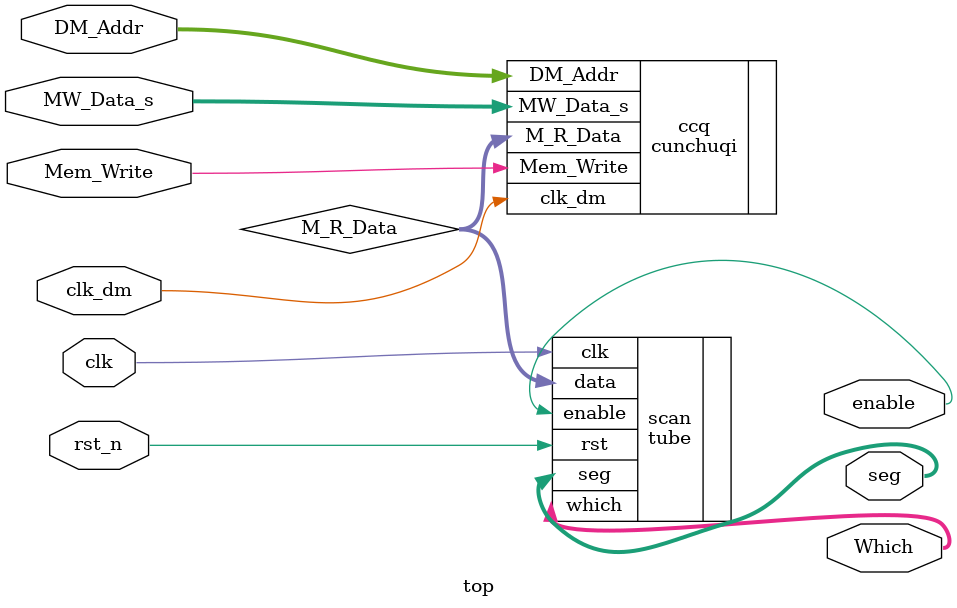
<source format=v>
`timescale 1ns / 1ps


module top (
    input wire clk,
    input wire rst_n,
    input wire clk_dm,                 
    input wire Mem_Write,             
    input wire [7:0] DM_Addr,         
    input wire [1:0] MW_Data_s,       
    output[2:0] Which,
    output[7:0] seg,
    output enable
);

wire [31:0] M_R_Data;
cunchuqi ccq(.clk_dm(clk_dm),.Mem_Write(Mem_Write),.DM_Addr(DM_Addr),
            .MW_Data_s(MW_Data_s),.M_R_Data(M_R_Data));
tube scan(.clk(clk),.rst(rst_n),.data(M_R_Data),.enable(enable),.which(Which),.seg(seg));  
 
endmodule

</source>
